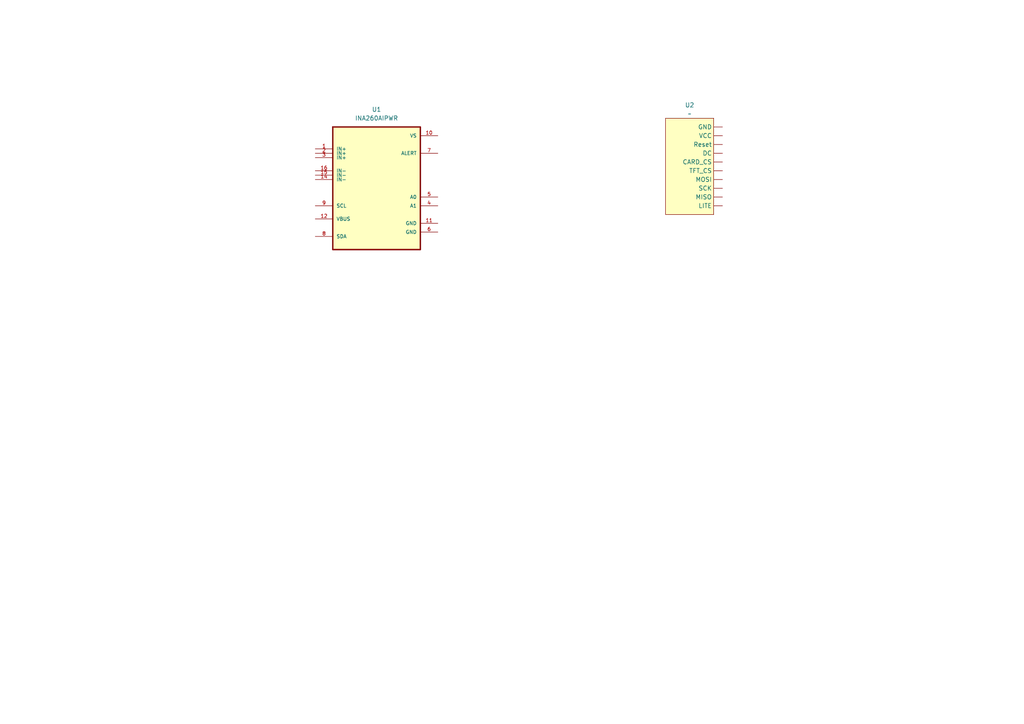
<source format=kicad_sch>
(kicad_sch (version 20231120) (generator "eeschema") (generator_version "8.0")
  (paper "A4")
  (lib_symbols
    (symbol "Imported:INA260AIPWR" (pin_names (offset 1.016))
      (property "Reference" "U" (at -12.7 18.78 0))
      (property "Value" "INA260AIPWR" (at -12.7 -21.78 0))
      (symbol "INA260AIPWR_0_0"
        (rectangle (start -12.7 -17.78) (end 12.7 17.78) (stroke (width 0.41)) (fill (type background)))
        (pin input line (at -17.78 11.43 0) (length 5.08) (name "IN+") (number "1"))
        (pin power_in line (at 17.78 15.24 180) (length 5.08) (name "VS") (number "10"))
        (pin power_in line (at 17.78 -10.16 180) (length 5.08) (name "GND") (number "11"))
        (pin input line (at -17.78 -8.89 0) (length 5.08) (name "VBUS") (number "12"))
        (pin input line (at -17.78 2.54 0) (length 5.08) (name "IN-") (number "14"))
        (pin input line (at -17.78 3.81 0) (length 5.08) (name "IN-") (number "15"))
        (pin input line (at -17.78 5.08 0) (length 5.08) (name "IN-") (number "16"))
        (pin input line (at -17.78 10.16 0) (length 5.08) (name "IN+") (number "2"))
        (pin input line (at -17.78 8.89 0) (length 5.08) (name "IN+") (number "3"))
        (pin input line (at 17.78 -5.08 180) (length 5.08) (name "A1") (number "4"))
        (pin input line (at 17.78 -2.54 180) (length 5.08) (name "A0") (number "5"))
        (pin power_in line (at 17.78 -12.7 180) (length 5.08) (name "GND") (number "6"))
        (pin output line (at 17.78 10.16 180) (length 5.08) (name "ALERT") (number "7"))
        (pin bidirectional line (at -17.78 -13.97 0) (length 5.08) (name "SDA") (number "8"))
        (pin input line (at -17.78 -5.08 0) (length 5.08) (name "SCL") (number "9"))
      )
    )
    (symbol "Imported:stm7735"
      (property "Reference" "U" (at 0 0 0))
      (symbol "stm7735_0_1"
        (rectangle (start 0 0) (end 13.97 -27.94) (fill (type background)))
      )
      (symbol "stm7735_1_1"
        (pin input line (at 16.51 -12.7 180) (length 2.54) (name "CARD_CS") (number ""))
        (pin input line (at 16.51 -10.16 180) (length 2.54) (name "DC") (number ""))
        (pin input line (at 16.51 -2.54 180) (length 2.54) (name "GND") (number ""))
        (pin input line (at 16.51 -25.4 180) (length 2.54) (name "LITE") (number ""))
        (pin input line (at 16.51 -22.86 180) (length 2.54) (name "MISO") (number ""))
        (pin input line (at 16.51 -17.78 180) (length 2.54) (name "MOSI") (number ""))
        (pin input line (at 16.51 -7.62 180) (length 2.54) (name "Reset") (number ""))
        (pin input line (at 16.51 -20.32 180) (length 2.54) (name "SCK") (number ""))
        (pin input line (at 16.51 -15.24 180) (length 2.54) (name "TFT_CS") (number ""))
        (pin input line (at 16.51 -5.08 180) (length 2.54) (name "VCC") (number ""))
      )
    )
  )
  (symbol (lib_id "Imported:INA260AIPWR") (at 109.22 54.61 0) (unit 1)
    (property "Reference" "U1" (at 109.22 31.75 0))
    (property "Value" "INA260AIPWR" (at 109.22 34.29 0))
    (property "MF" "Texas Instruments" (effects (hide yes)))
    (property "Description_1" "\n                        \n                            36V, 16-bit, precision i2c output current/voltage/power monitor w/ int. shunt resistor\n                        \n" (effects (hide yes)))
    (property "MP" "INA260AIPWR" (effects (hide yes)))
  )
  (symbol (lib_id "Imported:stm7735") (at 193.04 34.29 0) (unit 1)
    (property "Reference" "U2" (at 200.025 30.48 0))
    (property "Value" "~" (at 200.025 33.02 0))
  )
)
</source>
